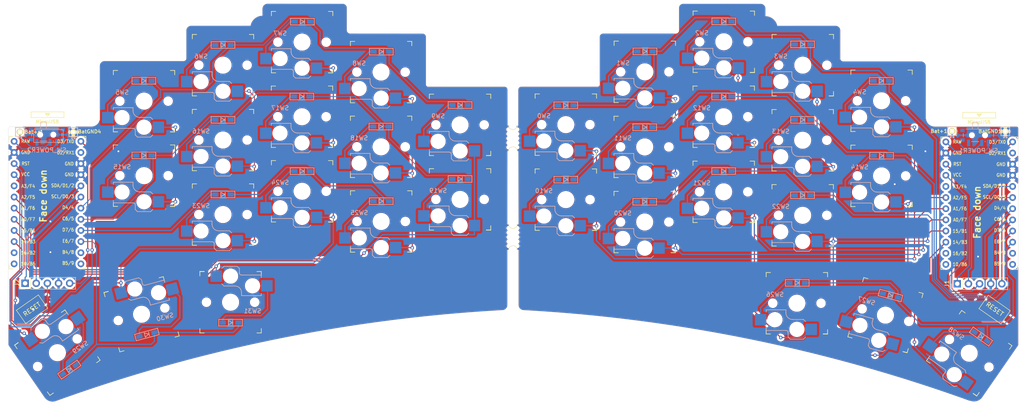
<source format=kicad_pcb>
(kicad_pcb (version 20240108) (generator "pcbnew") (generator_version "8.0")
  (layers (0 "F.Cu" signal) (31 "B.Cu" signal) (34 "B.Paste" user) (35 "F.Paste" user) (36 "B.SilkS" user "B.Silkscreen") (37 "F.SilkS" user "F.Silkscreen") (38 "B.Mask" user) (39 "F.Mask" user) (44 "Edge.Cuts" user))
  (net 0 "")
  (net 1 "BT+")
  (net 2 "gnd")
  (net 3 "vcc")
  (net 4 "reset")
  (net 5 "raw")
  (net 6 "BT+_r")
  (net 7 "reset_r")
  (net 8 "Net-(D0-A)")
  (net 9 "Net-(D1-A)")
  (net 10 "MOSI")
  (net 11 "Net-(D2-A)")
  (net 12 "SCK")
  (net 13 "CS")
  (net 14 "Net-(D3-A)")
  (net 15 "Net-(D4-A)")
  (net 16 "Net-(D5-A)")
  (net 17 "Net-(D6-A)")
  (net 18 "MOSIr")
  (net 19 "Net-(D7-A)")
  (net 20 "SCKr")
  (net 21 "CSr")
  (net 22 "Net-(D8-A)")
  (net 23 "Net-(D9-A)")
  (net 24 "Net-(D10-A)")
  (net 25 "Net-(D11-A)")
  (net 26 "gnd_r")
  (net 27 "vcc_r")
  (net 28 "row_0")
  (net 29 "Net-(D12-A)")
  (net 30 "row_1")
  (net 31 "Net-(D13-A)")
  (net 32 "Net-(D14-A)")
  (net 33 "Net-(D15-A)")
  (net 34 "Net-(D16-A)")
  (net 35 "Net-(D17-A)")
  (net 36 "Net-(D18-A)")
  (net 37 "row_3")
  (net 38 "Net-(D19-A)")
  (net 39 "Net-(D20-A)")
  (net 40 "col0")
  (net 41 "col1")
  (net 42 "col2")
  (net 43 "col3")
  (net 44 "col4")
  (net 45 "col5")
  (net 46 "Net-(D21-A)")
  (net 47 "Net-(D22-A)")
  (net 48 "Net-(D23-A)")
  (net 49 "Net-(D24-A)")
  (net 50 "Net-(D25-A)")
  (net 51 "Net-(D26-A)")
  (net 52 "Net-(D27-A)")
  (net 53 "Net-(D28-A)")
  (net 54 "Net-(D29-A)")
  (net 55 "Net-(D30-A)")
  (net 56 "raw_r")
  (net 57 "row_0r")
  (net 58 "Net-(D31-A)")
  (net 62 "row_1r")
  (net 71 "row_3r")
  (net 72 "col0r")
  (net 73 "col1r")
  (net 74 "col2r")
  (net 75 "col3r")
  (net 76 "col4r")
  (net 77 "col5r")
  (net 79 "row_2")
  (net 80 "row_2r")
  (footprint "kbd:ProMicro_v3" (layer "F.Cu") (at 238.769001 64.325433)
    (property "Reference" "U1" (hide yes))
    (property "Value" "ProMicro-kbd" (hide yes))
  )
  (footprint "keyswitches:Kailh_socket_PG1350" (layer "F.Cu") (at 162.497201 68.120233)
    (property "Reference" "SW20")
    (property "Value" "SW_Push")
  )
  (footprint "keyswitches:Kailh_socket_PG1350" (layer "F.Cu") (at 197.193601 86.636833)
    (property "Reference" "SW26")
    (property "Value" "SW_Push")
  )
  (footprint "keyswitches:Kailh_socket_PG1350" (layer "F.Cu") (at 217.386601 89.354633 -15)
    (property "Reference" "SW27")
    (property "Value" "SW_Push")
  )
  (footprint "keyswitches:Kailh_socket_PG1350" (layer "F.Cu") (at 180.505801 61.236833)
    (property "Reference" "SW21")
    (property "Value" "SW_Push")
  )
  (footprint "keyswitches:Kailh_socket_PG1350" (layer "F.Cu") (at 198.514401 66.596233)
    (property "Reference" "SW22")
    (property "Value" "SW_Push")
  )
  (footprint "keyswitches:Kailh_socket_PG1350" (layer "F.Cu") (at 162.522601 33.881033)
    (property "Reference" "SW1")
    (property "Value" "SW_Push")
  )
  (footprint "keyswitches:Kailh_socket_PG1350" (layer "F.Cu") (at 144.514001 45.920633)
    (property "Reference" "SW0")
    (property "Value" "SW_Push")
  )
  (footprint "keyswitches:Kailh_socket_PG1350" (layer "F.Cu") (at 144.514001 63.014833)
    (property "Reference" "SW10")
    (property "Value" "SW_Push")
  )
  (footprint "keyswitches:Kailh_socket_PG1350" (layer "F.Cu") (at 198.514401 49.476633)
    (property "Reference" "SW13")
    (property "Value" "SW_Push")
  )
  (footprint "keyswitches:Kailh_socket_PG1350" (layer "F.Cu") (at 180.505801 44.117233)
    (property "Reference" "SW12")
    (property "Value" "SW_Push")
  )
  (footprint "keyswitches:Kailh_socket_PG1350" (layer "F.Cu") (at 198.539801 32.357033)
    (property "Reference" "SW3")
    (property "Value" "SW_Push")
  )
  (footprint "keyswitches:Kailh_socket_PG1350" (layer "F.Cu") (at 180.531201 27.023033)
    (property "Reference" "SW2")
    (property "Value" "SW_Push")
  )
  (footprint "Duckyb-Parts:mouse-bite-5mm-slot-with-space-for-track" (layer "F.Cu") (at 132.423601 49.047167)
    (property "Reference" "mouse-bite-2mm-slot" (hide yes))
    (property "Value" "VAL**" (hide yes))
  )
  (footprint "Duckyb-Parts:mouse-bite-5mm-slot-with-space-for-track" (layer "F.Cu") (at 132.461 71.551448)
    (property "Reference" "mouse-bite-2mm-slot" (hide yes))
    (property "Value" "VAL**" (hide yes))
  )
  (footprint "Button_Switch_SMD:SW_SPST_CK_RS282G05A3" (layer "F.Cu") (at 242.275129 88.102991 -35)
    (property "Reference" "RSW1" (hide yes))
    (property "Value" "SW_Push")
  )
  (footprint "keyswitches:Kailh_socket_PG1350" (layer "F.Cu") (at 162.497201 51.000633)
    (property "Reference" "SW11")
    (property "Value" "SW_Push")
  )
  (footprint "kbd:ProMicro_v3" (layer "F.Cu") (at 26.3306 64.2008)
    (property "Reference" "U2" (hide yes))
    (property "Value" "ProMicro-kbd" (hide yes))
  )
  (footprint "keyswitches:Kailh_socket_PG1350" (layer "F.Cu") (at 84.3788 61.1124)
    (property "Reference" "SW24")
    (property "Value" "SW_Push")
  )
  (footprint "keyswitches:Kailh_socket_PG1350" (layer "F.Cu") (at 84.3534 44.1198)
    (property "Reference" "SW17")
    (property "Value" "SW_Push")
  )
  (footprint "keyswitches:Kailh_socket_PG1350" (layer "F.Cu") (at 66.3448 66.421)
    (property "Reference" "SW23")
    (property "Value" "SW_Push")
  )
  (footprint "keyswitches:Kailh_socket_PG1350" (layer "F.Cu") (at 66.3448 32.3596)
    (property "Reference" "SW6")
    (property "Value" "SW_Push")
  )
  (footprint "keyswitches:Kailh_socket_PG1350" (layer "F.Cu") (at 84.3788 27.1018)
    (property "Reference" "SW7")
    (property "Value" "SW_Push")
  )
  (footprint "keyswitches:Kailh_socket_PG1350" (layer "F.Cu") (at 102.4128 67.9958)
    (property "Reference" "SW25")
    (property "Value" "SW_Push")
  )
  (footprint "keyswitches:Kailh_socket_PG1350" (layer "F.Cu") (at 102.3874 33.9344)
    (property "Reference" "SW8")
    (property "Value" "SW_Push")
  )
  (footprint "keyswitches:Kailh_socket_PG1350" (layer "F.Cu") (at 48.3362 57.55)
    (property "Reference" "SW15")
    (property "Value" "SW_Push")
  )
  (footprint "keyswitches:Kailh_socket_PG1350" (layer "F.Cu") (at 66.3448 49.4284)
    (property "Reference" "SW16")
    (property "Value" "SW_Push")
  )
  (footprint "keyswitches:Kailh_socket_PG1350" (layer "F.Cu") (at 120.396 45.974)
    (property "Reference" "SW9")
    (property "Value" "SW_Push")
  )
  (footprint "keyswitches:Kailh_socket_PG1350" (layer "F.Cu") (at 47.7774 89.154 -165)
    (property "Reference" "SW30")
    (property "Value" "SW_Push")
  )
  (footprint "keyswitches:Kailh_socket_PG1350" (layer "F.Cu") (at 120.396 62.9666)
    (property "Reference" "SW19")
    (property "Value" "SW_Push")
  )
  (footprint "keyswitches:Kailh_socket_PG1350" (layer "F.Cu") (at 68.072 86.4108 180)
    (property "Reference" "SW31")
    (property "Value" "SW_Push")
  )
  (footprint "keyswitches:Kailh_socket_PG1350" (layer "F.Cu") (at 48.3362 40.5574)
    (property "Reference" "SW5")
    (property "Value" "SW_Push")
  )
  (footprint "Button_Switch_SMD:SW_SPST_CK_RS282G05A3" (layer "F.Cu") (at 22.804342 88.005339 -145)
    (property "Reference" "RSW2" (hide yes))
    (property "Value" "SW_Push")
  )
  (footprint "keyswitches:Kailh_socket_PG1350" (layer "F.Cu") (at 216.5 57.6)
    (property "Reference" "SW14")
    (property "Value" "SW_Push")
  )
  (footprint "keyswitches:Kailh_socket_PG1350" (layer "F.Cu") (at 236.487401 98.041433 -35)
    (property "Reference" "SW28")
    (property "Value" "SW_Push")
  )
  (footprint "Connector_PinHeader_2.54mm:PinHeader_1x05_P2.54mm_Vertical" (layer "F.Cu") (at 21.225 82.09 90)
    (property "Reference" "J2")
    (property "Value" "ScreenR")
  )
  (footprint "Connector_PinHeader_2.54mm:PinHeader_1x05_P2.54mm_Vertical" (layer "F.Cu") (at 233.765 82.2 90)
    (property "Reference" "J1")
    (property "Value" "ScreenL")
  )
  (footprint "kbd:1pin_conn" (layer "F.Cu") (at 232.575801 47.393833)
    (property "Reference" "Bat+1")
    (property "Value" "MountingHole_Pad" (hide yes))
  )
  (footprint "keyswitches:Kailh_socket_PG1350" (layer "F.Cu") (at 102.3874 50.9778)
    (property "Reference" "SW18")
    (property "Value" "SW_Push")
  )
  (footprint "keyswitches:Kailh_socket_PG1350" (layer "F.Cu") (at 28.584536 97.91193 -145)
    (property "Reference" "SW29")
    (property "Value" "SW_Push")
  )
  (footprint "kbd:1pin_conn" (layer "F.Cu") (at 244.717001 47.444633)
    (property "Reference" "BatGND1")
    (property "Value" "MountingHole_Pad" (hide yes))
  )
  (footprint "kbd:1pin_conn" (layer "F.Cu") (at 20.0406 47.5742)
    (property "Reference" "Bat+r1")
    (property "Value" "MountingHole_Pad" (hide yes))
  )
  (footprint "keyswitches:Kailh_socket_PG1350" (layer "F.Cu") (at 216.5 40.4804)
    (property "Reference" "SW4")
    (property "Value" "SW_Push")
  )
  (footprint "kbd:1pin_conn" (layer "F.Cu") (at 32.2072 47.625)
    (property "Reference" "BatGND4")
    (property "Value" "MountingHole_Pad" (hide yes))
  )
  (footprint "kbd:D3_SMD_v2" (layer "B.Cu") (at 144.516162 58.447055 180)
    (property "Reference" "D10" (hide yes))
    (property "Value" "D" (hide yes))
  )
  (footprint "kbd:D3_SMD_v2" (layer "B.Cu") (at 197.275 82 180)
    (property "Reference" "D26" (hide yes))
    (property "Value" "D" (hide yes))
  )
  (footprint "kbd:D3_SMD_v2" (layer "B.Cu") (at 66.344115 61.833819 180)
    (property "Reference" "D25" (hide yes))
    (property "Value" "D" (hide yes))
  )
  (footprint "kbd:D3_SMD_v2" (layer "B.Cu") (at 84.383818 56.511761 180)
    (property "Reference" "D24" (hide yes))
    (property "Value" "D" (hide yes))
  )
  (footprint "kbd:D3_SMD_v2" (layer "B.Cu") (at 84.452936 22.436766 180)
    (property "Reference" "D7" (hide yes))
    (property "Value" "D" (hide yes))
  )
  (footprint "kbd:D3_SMD_v2" (layer "B.Cu") (at 68.072056 91.070579 180)
    (property "Reference" "D29" (hide yes))
    (property "Value" "D" (hide yes))
  )
  (footprint "kbd:D3_SMD_v2" (layer "B.Cu") (at 84.3147 39.508822 180)
    (property "Reference" "D17" (hide yes))
    (property "Value" "D" (hide yes))
  )
  (footprint "kbd:D3_SMD_v2" (layer "B.Cu") (at 216.5 53 180)
    (property "Reference" "D14" (hide yes))
    (property "Value" "D" (hide yes))
  )
  (footprint "kbd:D3_SMD_v2" (layer "B.Cu") (at 180.5 56.5 180)
    (property "Reference" "D21" (hide yes))
    (property "Value" "D" (hide yes))
  )
  (footprint "kbd:D3_SMD_v2" (layer "B.Cu") (at 162.555865 29.210295 180)
    (property "Reference" "D1" (hide yes))
    (property "Value" "D" (hide yes))
  )
  (footprint "kbd:D3_SMD_v2" (layer "B.Cu") (at 66.344115 27.758824 180)
    (property "Reference" "D8" (hide yes))
    (property "Value" "D" (hide yes))
  )
  (footprint "kbd:D3_SMD_v2" (layer "B.Cu") (at 66.344115 44.83088 180)
    (property "Reference" "D18" (hide yes))
    (property "Value" "D" (hide yes))
  )
  (footprint "Button_Switch_SMD:SW_SPDT_PCM12" (layer "B.Cu") (at 238.595601 48.656233)
    (property "Reference" "SW_POWER1")
    (property "Value" "SW_SPDT")
  )
  (footprint "kbd:D3_SMD_v2" (layer "B.Cu") (at 180.526451 22.367649 180)
    (property "Reference" "D2" (hide yes))
    (property "Value" "D" (hide yes))
  )
  (footprint "kbd:D3_SMD_v2" (layer "B.Cu") (at 48.304412 52.926115 180)
    (property "Reference" "D19" (hide yes))
    (property "Value" "D" (hide yes))
  )
  (footprint "kbd:D3_SMD_v2" (layer "B.Cu") (at 102.44558 29.279412 180)
    (property "Reference" "D6" (hide yes))
    (property "Value" "D" (hide yes))
  )
  (footprint "kbd:D3_SMD_v2" (layer "B.Cu") (at 239.167642 94.225482 145)
    (property "Reference" "D28" (hide yes))
    (property "Value" "D" (hide yes))
  )
  (footprint "kbd:D3_SMD_v2" (layer "B.Cu") (at 198.480393 62.016663 180)
    (property "Reference" "D22" (hide yes))
    (property "Value" "D" (hide yes))
  )
  (footprint "kbd:D3_SMD_v2" (layer "B.Cu") (at 31.301473 101.783813 -145)
    (property "Reference" "D31" (hide yes))
    (property "Value" "D" (hide yes))
  )
  (footprint "kbd:D3_SMD_v2" (layer "B.Cu") (at 120.394107 58.30882 180)
    (property "Reference" "D15" (hide yes))
    (property "Value" "D" (hide yes))
  )
  (footprint "kbd:D3_SMD_v2" (layer "B.Cu") (at 48.304412 35.923177 180)
    (property "Reference" "D9" (hide yes))
    (property "Value" "D" (hide yes))
  )
  (footprint "kbd:D3_SMD_v2" (layer "B.Cu") (at 218.524508 84.871562 165)
    (property "Reference" "D27" (hide yes))
    (property "Value" "D" (hide yes))
  )
  (footprint "kbd:D3_SMD_v2" (layer "B.Cu") (at 120.394107 41.444116 180)
    (property "Reference" "D5" (hide yes))
    (property "Value" "D" (hide yes))
  )
  (footprint "Button_Switch_SMD:SW_SPDT_PCM12" (layer "B.Cu") (at 26.162 48.5318)
    (property "Reference" "SW_POWER2")
    (property "Value" "SW_SPDT")
  )
  (footprint "kbd:D3_SMD_v2" (layer "B.Cu") (at 102.423521 63.354407 180)
    (property "Reference" "D23" (hide yes))
    (property "Value" "D" (hide yes))
  )
  (footprint "kbd:D3_SMD_v2" (layer "B.Cu") (at 198.5 44.828433 180)
    (property "Reference" "D13" (hide yes))
    (property "Value" "D" (hide yes))
  )
  (footprint "kbd:D3_SMD_v2" (layer "B.Cu") (at 180.5 39.5 180)
    (property "Reference" "D12" (hide yes))
    (property "Value" "D" (hide yes))
  )
  (footprint "kbd:D3_SMD_v2" (layer "B.Cu") (at 198.497036 27.620589 180)
    (property "Reference" "D3" (hide yes))
    (property "Value" "D" (hide yes))
  )
  (footprint "kbd:D3_SMD_v2" (layer "B.Cu") (at 162.5 63.5 180)
    (property "Reference" "D20" (hide yes))
    (property "Value" "D" (hide yes))
  )
  (footprint "kbd:D3_SMD_v2" (layer "B.Cu") (at 102.354404 46.351468 180)
    (property "Reference" "D16" (hide yes))
    (property "Value" "D" (hide yes))
  )
  (footprint "kbd:D3_SMD_v2" (layer "B.Cu") (at 48.995588 93.766167 -165)
    (property "Reference" "D30" (hide yes))
    (property "Value" "D" (hide yes))
  )
  (footprint "kbd:D3_SMD_v2" (layer "B.Cu") (at 216.450979 35.936275 180)
    (property "Reference" "D4" (hide yes))
    (property "Value" "D" (hide yes))
  )
  (footprint "kbd:D3_SMD_v2" (layer "B.Cu") (at 144.5 41.5 180)
    (property "Reference" "D0" (hide yes))
    (property "Value" "D" (hide yes))
  )
  (footprint "kbd:D3_SMD_v2" (layer "B.Cu") (at 162.5 46.5 180)
    (property "Reference" "D11" (hide yes))
    (property "Value" "D" (hide yes))
  )
  (gr_rect (start 23.1826 47.0558) (end 29.9136 49.9768) (stroke (width 0.12)) (fill none) (layer "B.SilkS"))
  (gr_line (start 226.58162 44.592554) (end 226.589732 32.594929) (stroke (width 0.05)) (layer "Edge.Cuts"))
  (gr_arc (start 239.357601 108.226833) (mid 238.090751 108.982705) (end 236.622006 108.844853) (stroke (width 0.05)) (layer "Edge.Cuts"))
  (gr_arc (start 228.634411 46.352433) (mid 227.241785 45.795835) (end 226.630021 44.426555) (stroke (width 0.05)) (layer "Edge.Cuts"))
  (gr_arc (start 225.517635 31.503068) (mid 226.279827 31.826955) (end 226.589732 32.594929) (stroke (width 0.05)) (layer "Edge.Cuts"))
  (gr_line (start 192.734972 23.377939) (end 206.032621 23.371741) (stroke (width 0.05)) (layer "Edge.Cuts"))
  (gr_arc (start 57.9882 30.7827) (mid 57.802213 31.231713) (end 57.3532 31.4177) (stroke (width 0.05)) (layer "Edge.Cuts"))
  (gr_arc (start 188.963821 18.367941) (mid 189.722099 18.690013) (end 190.030801 19.453833) (stroke (width 0.05)) (layer "Edge.Cuts"))
  (gr_arc (start 93.6498 18.3642) (mid 94.314606 18.642121) (end 94.5896 19.308139) (stroke (width 0.05)) (layer "Edge.Cuts"))
  (gr_line (start 131.559628 46.075367) (end 131.229801 46.075367) (stroke (width 0.05)) (layer "Edge.Cuts"))
  (gr_line (start 133.693601 51.968167) (end 133.731 68.655848) (stroke (width 0.05)) (layer "Edge.Cuts"))
  (gr_line (start 133.414201 51.968167) (end 133.693601 51.968167) (stroke (width 0.05)) (layer "Edge.Cuts"))
  (gr_line (start 57.9882 24.4348) (end 57.9882 30.7827) (stroke (width 0.05)) (layer "Edge.Cuts"))
  (gr_arc (start 111.8616 25.1587) (mid 112.400415 25.381885) (end 112.6236 25.9207) (stroke (width 0.05)) (layer "Edge.Cuts"))
  (gr_line (start 17.870505 46.367746) (end 36.230332 46.348917) (stroke (width 0.05)) (layer "Edge.Cuts"))
  (gr_line (start 131.191 68.655848) (end 131.204401 51.968167) (stroke (width 0.05)) (layer "Edge.Cuts"))
  (gr_arc (start 38.2524 32.5099) (mid 38.562315 31.741947) (end 39.324497 31.418039) (stroke (width 0.05)) (layer "Edge.Cuts"))
  (gr_arc (start 38.252444 44.42638) (mid 37.655351 45.823057) (end 36.230332 46.348917) (stroke (width 0.05)) (layer "Edge.Cuts"))
  (gr_arc (start 206.032621 23.371741) (mid 206.78198 23.684801) (end 207.099601 24.432233) (stroke (width 0.05)) (layer "Edge.Cuts"))
  (gr_line (start 38.2524 32.5099) (end 38.252444 44.42638) (stroke (width 0.05)) (layer "Edge.Cuts"))
  (gr_line (start 228.634411 46.352433) (end 247.25511 46.353089) (stroke (width 0.05)) (layer "Edge.Cuts"))
  (gr_line (start 131.191 87.020048) (end 131.191 74.472448) (stroke (width 0.05)) (layer "Edge.Cuts"))
  (gr_arc (start 170.314986 19.305572) (mid 170.589985 18.639555) (end 171.254786 18.361633) (stroke (width 0.05)) (layer "Edge.Cuts"))
  (gr_arc (start 133.668201 37.947367) (mid 133.869067 37.462433) (end 134.354001 37.261567) (stroke (width 0.05)) (layer "Edge.Cuts"))
  (gr_line (start 131.5466 68.655848) (end 131.191 68.655848) (stroke (width 0.05)) (layer "Edge.Cuts"))
  (gr_arc (start 134.9248 88.213849) (mid 186.479808 94.843223) (end 236.529396 108.875552) (stroke (width 0.05)) (layer "Edge.Cuts"))
  (gr_line (start 131.433001 51.968167) (end 131.204401 51.968167) (stroke (width 0.05)) (layer "Edge.Cuts"))
  (gr_line (start 75.331283 19.558) (end 75.3364 21.082) (stroke (width 0.05)) (layer "Edge.Cuts"))
  (gr_line (start 133.668201 37.947367) (end 133.668201 46.151567) (stroke (width 0.05)) (layer "Edge.Cuts"))
  (gr_line (start 247.637238 96.268281) (end 239.357601 108.226833) (stroke (width 0.05)) (layer "Edge.Cuts"))
  (gr_line (start 170.314986 19.305572) (end 170.314986 24.381433) (stroke (width 0.05)) (layer "Edge.Cuts"))
  (gr_arc (start 131.433001 51.968167) (mid 132.423601 50.977567) (end 133.414201 51.968167) (stroke (width 0.05)) (layer "Edge.Cuts"))
  (gr_line (start 94.5896 24.384) (end 94.5896 19.308139) (stroke (width 0.05)) (layer "Edge.Cuts"))
  (gr_arc (start 247.25511 46.353089) (mid 247.556329 46.474281) (end 247.681578 46.773821) (stroke (width 0.05)) (layer "Edge.Cuts"))
  (gr_line (start 151.785312 37.259233) (end 134.354001 37.261567) (stroke (width 0.05)) (layer "Edge.Cuts"))
  (gr_line (start 247.681578 46.773821) (end 247.681578 96.014281) (stroke (width 0.05)) (layer "Edge.Cuts"))
  (gr_arc (start 57.9882 24.4348) (mid 58.305825 23.687368) (end 59.05518 23.374308) (stroke (width 0.05)) (layer "Edge.Cuts"))
  (gr_line (start 131.5466 74.472448) (end 131.191 74.472448) (stroke (width 0.05)) (layer "Edge.Cuts"))
  (gr_line (start 225.557968 31.50154) (end 207.734601 31.498459) (stroke (width 0.05)) (layer "Edge.Cuts"))
  (gr_line (start 207.099601 31) (end 207.099601 24.432233) (stroke (width 0.05)) (layer "Edge.Cuts"))
  (gr_line (start 57.3532 31.4177) (end 39.324497 31.418039) (stroke (width 0.05)) (layer "Edge.Cuts"))
  (gr_arc (start 17.444037 46.788478) (mid 17.569288 46.488921) (end 17.870505 46.367746) (stroke (width 0.05)) (layer "Edge.Cuts"))
  (gr_arc (start 170.314986 24.381433) (mid 170.0918 24.920243) (end 169.552986 25.143433) (stroke (width 0.05)) (layer "Edge.Cuts"))
  (gr_arc (start 133.375399 68.655848) (mid 133.098784 69.286194) (end 132.461 69.5452) (stroke (width 0.05)) (layer "Edge.Cuts"))
  (gr_line (start 59.05518 23.374308) (end 72.6186 23.368) (stroke (width 0.05)) (layer "Edge.Cuts"))
  (gr_arc (start 134.9248 88.213848) (mid 134.080656 87.864192) (end 133.731 87.020048) (stroke (width 0.05)) (layer "Edge.Cuts"))
  (gr_arc (start 95.3516 25.146) (mid 94.812785 24.922815) (end 94.5896 24.384) (stroke (width 0.05)) (layer "Edge.Cuts"))
  (gr_line (start 133.668201 46.151567) (end 133.287201 46.151567) (stroke (width 0.05)) (layer "Edge.Cuts"))
  (gr_arc (start 131.191 87.020048) (mid 130.846168 87.869016) (end 129.9972 88.213848) (stroke (width 0.05)) (layer "Edge.Cuts"))
  (gr_line (start 133.731 74.472448) (end 133.3754 74.472448) (stroke (width 0.05)) (layer "Edge.Cuts"))
  (gr_line (start 169.552986 25.143433) (end 152.997601 25.143433) (stroke (width 0.05)) (layer "Edge.Cuts"))
  (gr_arc (start 152.235601 36.738533) (mid 152.112081 37.086761) (end 151.785312 37.259233) (stroke (width 0.05)) (layer "Edge.Cuts"))
  (gr_line (start 111.8616 25.1587) (end 95.3516 25.146) (stroke (width 0.05)) (layer "Edge.Cuts"))
  (gr_arc (start 130.528266 37.264134) (mid 131.0132 37.465) (end 131.214066 37.949934) (stroke (width 0.05)) (layer "Edge.Cuts"))
  (gr_line (start 133.731 74.472448) (end 133.731 87.020048) (stroke (width 0.05)) (layer "Edge.Cuts"))
  (gr_arc (start 113.1316 37.2618) (mid 112.791933 37.137456) (end 112.6236 36.8173) (stroke (width 0.05)) (layer "Edge.Cuts"))
  (gr_line (start 131.229801 46.075367) (end 131.214066 37.949934) (stroke (width 0.05)) (layer "Edge.Cuts"))
  (gr_arc (start 28.465795 108.84742) (mid 26.989337 109.019382) (end 25.7302 108.2294) (stroke (width 0.05)) (layer "Edge.Cuts"))
  (gr_arc (start 132.461 69.5452) (mid 131.823216 69.286194) (end 131.546601 68.655848) (stroke (width 0.05)) (layer "Edge.Cuts"))
  (gr_arc (start 207.752579 31.493649) (mid 207.303554 31.307664) (end 207.117579 30.858649) (stroke (width 0.05)) (layer "Edge.Cuts"))
  (gr_line (start 133.731 68.655848) (end 133.3754 68.655848) (stroke (width 0.05)) (layer "Edge.Cuts"))
  (gr_line (start 130.528266 37.264134) (end 113.1316 37.2618) (stroke (width 0.05)) (layer "Edge.Cuts"))
  (gr_arc (start 72.6186 23.368) (mid 73.56438 21.733846) (end 75.3364 21.082) (stroke (width 0.05)) (layer "Edge.Cuts"))
  (gr_line (start 152.235601 25.930833) (end 152.235601 36.738533) (stroke (width 0.05)) (layer "Edge.Cuts"))
  (gr_arc (start 152.235601 25.930833) (mid 152.457294 25.382972) (end 152.997601 25.143433) (stroke (width 0.05)) (layer "Edge.Cuts"))
  (gr_arc (start 17.473597 96.264304) (mid 17.435622 96.139819) (end 17.422797 96.010304) (stroke (width 0.05)) (layer "Edge.Cuts"))
  (gr_arc (start 133.287201 46.151567) (mid 132.3848 46.99) (end 131.559628 46.075367) (stroke (width 0.05)) (layer "Edge.Cuts"))
  (gr_arc (start 131.5466 74.472448) (mid 132.461 73.558048) (end 133.3754 74.472448) (stroke (width 0.05)) (layer "Edge.Cuts"))
  (gr_arc (start 75.331283 19.558) (mid 75.719882 18.650026) (end 76.6572 18.3388) (stroke (width 0.05)) (layer "Edge.Cuts"))
  (gr_arc (start 190.030801 21.181033) (mid 191.767237 21.806389) (end 192.734972 23.377939) (stroke (width 0.05)) (layer "Edge.Cuts"))
  (gr_line (start 17.420872 96) (end 17.420872 46.784454) (stroke (width 0.05)) (layer "Edge.Cuts"))
  (gr_line (start 25.7302 108.2294) (end 17.473597 96.264304) (stroke (width 0.05)) (layer "Edge.Cuts"))
  (gr_arc (start 247.688038 96.014281) (mid 247.675207 96.143794) (end 247.637238 96.268281) (stroke (width 0.05)) (layer "Edge.Cuts"))
  (gr_line (start 188.963821 18.367941) (end 171.254786 18.361633) (stroke (width 0.05)) (layer "Edge.Cuts"))
  (gr_line (start 93.6498 18.3642) (end 76.6572 18.3388) (stroke (width 0.05)) (layer "Edge.Cuts"))
  (gr_line (start 112.6236 36.8173) (end 112.6236 25.9207) (stroke (width 0.05)) (layer "Edge.Cuts"))
  (gr_line (start 190.030801 21.181033) (end 190.030801 19.453833) (stroke (width 0.05)) (layer "Edge.Cuts"))
  (gr_arc (start 28.471822 108.864134) (mid 78.482447 94.841532) (end 129.9972 88.213849) (stroke (width 0.05)) (layer "Edge.Cuts"))
  (gr_text "Face down" (at 238.290801 65.910433 90) (layer "F.SilkS") (effects (font (size 1.5 1.5) (thickness 0.3))))
  (gr_text "Face down" (at 25.3746 62.1792 90) (layer "F.SilkS") (effects (font (size 1.5 1.5) (thickness 0.3))))
  (gr_text "15/B1" (at 21.9356 70.0508 0) (layer "F.SilkS") (effects (font (size 0.75 0.67) (thickness 0.125))))
  (gr_text "RESET" (at 242.305307 88 -35) (layer "F.SilkS") (effects (font (size 1 1))))
  (segment (start 237.931834 51.5) (end 239.345601 50.086233) (width 0.25) (layer "B.Cu") (net 1))
  (segment (start 235.459368 51.5) (end 237.931834 51.5) (width 0.25) (layer "B.Cu") (net 1))
  (segment (start 232.575801 48.616433) (end 235.459368 51.5) (width 0.25) (layer "B.Cu") (net 1))
  (segment (start 232.575801 47.393833) (end 232.575801 48.616433) (width 0.25) (layer "B.Cu") (net 1))
  (via (at 238.5 76) (size 0.8) (drill 0.4) (layers "F.Cu" "B.Cu") (net 2))
  (via (at 219.5 59.5) (size 0.8) (drill 0.4) (layers "F.Cu" "B.Cu") (net 2))
  (via (at 226.5 52) (size 0.8) (drill 0.4) (layers "F.Cu" "B.Cu") (net 2))
  (segment (start 232.528604 83.95) (end 232.05 83.471396) (width 0.25) (layer "B.Cu") (net 3))
  (segment (start 236 62.307032) (end 231.160401 57.467433) (width 0.25) (layer "B.Cu") (net 3))
  (segment (start 237.095 83.95) (end 232.528604 83.95) (width 0.25) (layer "B.Cu") (net 3))
  (segment (start 238.845 82.2) (end 237.095 83.95) (width 0.25) (layer "B.Cu") (net 3))
  (segment (start 236 76.5) (end 236 62.307032) (width 0.25) (layer "B.Cu") (net 3))
  (segment (start 232.05 80.45) (end 236 76.5) (width 0.25) (layer "B.Cu") (net 3))
  (segment (start 232.05 83.471396) (end 232.05 80.45) (width 0.25) (layer "B.Cu") (net 3))
  (segment (start 232.5 83.285) (end 232.5 56.267032) (width 0.25) (layer "F.Cu") (net 4))
  (segment (start 232.5 56.267032) (end 231.160401 54.927433) (width 0.25) (layer "F.Cu") (net 4))
  (segment (start 245.469822 90.339939) (end 239.554939 90.339939) (width 0.25) (layer "F.Cu") (net 4))
  (segment (start 239.554939 90.339939) (end 232.5 83.285) (width 0.25) (layer "F.Cu") (net 4))
  (segment (start 233.262968 51.95) (end 240.05 51.95) (width 0.25) (layer "B.Cu") (net 5))
  (segment (start 240.845601 51.154399) (end 240.845601 50.086233) (width 0.25) (layer "B.Cu") (net 5))
  (segment (start 240.05 51.95) (end 240.845601 51.154399) (width 0.25) (layer "B.Cu") (net 5))
  (segment (start 231.160401 49.847433) (end 233.262968 51.95) (width 0.25) (layer "B.Cu") (net 5))
  (segment (start 20.0406 48.562028) (end 20.0406 47.5742) (width 0.25) (layer "B.Cu") (net 6))
  (segment (start 22.515372 51.0368) (end 20.0406 48.562028) (width 0.25) (layer "B.Cu") (net 6))
  (segment (start 25.837 51.0368) (end 22.515372 51.0368) (width 0.25) (layer "B.Cu") (net 6))
  (segment (start 26.912 49.9618) (end 25.837 51.0368) (width 0.25) (layer "B.Cu") (net 6))
  (segment (start 19 89.632638) (end 19 89) (width 0.25) (layer "F.Cu") (net 7))
  (segment (start 19 89) (end 19 86) (width 0.25) (layer "F.Cu") (net 7))
  (segment (start 19.609649 90.242287) (end 19 89.632638) (width 0.25) (layer "F.Cu") (net 7))
  (via (at 19 86) (size 0.8) (drill 0.4) (layers "F.Cu" "B.Cu") (net 7))
  (segment (start 20.45 79.913604) (end 20.45 56.5308) (width 0.25) (layer "B.Cu") (net 7))
  (segment (start 19 86) (end 19 81.363604) (width 0.25) (layer "B.Cu") (net 7))
  (segment (start 20.45 56.5308) (end 18.722 54.8028) (width 0.25) (layer "B.Cu") (net 7))
  (segment (start 19 81.363604) (end 20.45 79.913604) (width 0.25) (layer "B.Cu") (net 7))
  (segment (start 141.70095 41.5) (end 136.239001 46.961949) (width 0.25) (layer "B.Cu") (net 8))
  (segment (start 136.239001 46.961949) (end 136.239001 49.670633) (width 0.25) (layer "B.Cu") (net 8))
  (segment (start 142.725 41.5) (end 141.70095 41.5) (width 0.25) (layer "B.Cu") (net 8))
  (segment (start 154.247601 34.793559) (end 154.247601 37.631033) (width 0.25) (layer "B.Cu") (net 9))
  (segment (start 159.830865 29.210295) (end 154.247601 34.793559) (width 0.25) (layer "B.Cu") (net 9))
  (segment (start 160.780865 29.210295) (end 159.830865 29.210295) (width 0.25) (layer "B.Cu") (net 9))
  (segment (start 236.5 67) (end 243.5 60) (width 0.25) (layer "B.Cu") (net 10))
  (segment (start 236.5 78) (end 236.5 67) (width 0.25) (layer "B.Cu") (net 10))
  (segment (start 233.765 80.735) (end 236.5 78) (width 0.25) (layer "B.Cu") (net 10))
  (segment (start 244.007433 60.007433) (end 246.380401 60.007433) (width 0.25) (layer "B.Cu") (net 10))
  (segment (start 244 60) (end 244.007433 60.007433) (width 0.25) (layer "B.Cu") (net 10))
  (segment (start 233.765 82.2) (end 233.765 80.735) (width 0.25) (layer "B.Cu") (net 10))
  (segment (start 243.5 60) (end 244 60) (width 0.25) (layer "B.Cu") (net 10))
  (segment (start 178.751451 22.367649) (end 177.801451 22.367649) (width 0.25) (layer "B.Cu") (net 11))
  (segment (start 177.801451 22.367649) (end 172.256201 27.912899) (width 0.25) (layer "B.Cu") (net 11))
  (segment (start 172.256201 27.912899) (end 172.256201 30.773033) (width 0.25) (layer "B.Cu") (net 11))
  (segment (start 237 67.5) (end 241.952567 62.547433) (width 0.25) (layer "B.Cu") (net 12))
  (segment (start 241.952567 62.547433) (end 246.380401 62.547433) (width 0.25) (layer "B.Cu") (net 12))
  (segment (start 236.305 82.2) (end 236.305 79.195) (width 0.25) (layer "B.Cu") (net 12))
  (segment (start 236.305 79.195) (end 237 78.5) (width 0.25) (layer "B.Cu") (net 12))
  (segment (start 237 78.5) (end 237 67.5) (width 0.25) (layer "B.Cu") (net 12))
  (segment (start 243.925 52.302834) (end 246.380401 49.847433) (width 0.25) (layer "F.Cu") (net 13))
  (segment (start 243.925 82.2) (end 243.925 52.302834) (width 0.25) (layer "F.Cu") (net 13))
  (segment (start 196.722036 27.620589) (end 195.772036 27.620589) (width 0.25) (layer "B.Cu") (net 14))
  (segment (start 195.772036 27.620589) (end 190.264801 33.127824) (width 0.25) (layer "B.Cu") (net 14))
  (segment (start 190.264801 33.127824) (end 190.264801 36.107033) (width 0.25) (layer "B.Cu") (net 14))
  (segment (start 213.725979 35.936275) (end 208.225 41.437254) (width 0.25) (layer "B.Cu") (net 15))
  (segment (start 214.675979 35.936275) (end 213.725979 35.936275) (width 0.25) (layer "B.Cu") (net 15))
  (segment (start 208.225 41.437254) (end 208.225 44.2304) (width 0.25) (layer "B.Cu") (net 15))
  (segment (start 117.669107 41.444116) (end 112.121 46.992223) (width 0.25) (layer "B.Cu") (net 16))
  (segment (start 112.121 46.992223) (end 112.121 49.724) (width 0.25) (layer "B.Cu") (net 16))
  (segment (start 118.619107 41.444116) (end 117.669107 41.444116) (width 0.25) (layer "B.Cu") (net 16))
  (segment (start 99.72058 29.279412) (end 94.1124 34.887592) (width 0.25) (layer "B.Cu") (net 17))
  (segment (start 94.1124 34.887592) (end 94.1124 37.6844) (width 0.25) (layer "B.Cu") (net 17))
  (segment (start 100.67058 29.279412) (end 99.72058 29.279412) (width 0.25) (layer "B.Cu") (net 17))
  (segment (start 21.225 82.09) (end 21.225 80.775) (width 0.25) (layer "B.Cu") (net 18))
  (segment (start 21.5 72.3248) (end 33.942 59.8828) (width 0.25) (layer "B.Cu") (net 18))
  (segment (start 21.5 80.5) (end 21.5 72.3248) (width 0.25) (layer "B.Cu") (net 18))
  (segment (start 21.225 80.775) (end 21.5 80.5) (width 0.25) (layer "B.Cu") (net 18))
  (segment (start 81.727936 22.436766) (end 76.1038 28.060902) (width 0.25) (layer "B.Cu") (net 19))
  (segment (start 82.677936 22.436766) (end 81.727936 22.436766) (width 0.25) (layer "B.Cu") (net 19))
  (segment (start 76.1038 28.060902) (end 76.1038 30.8518) (width 0.25) (layer "B.Cu") (net 19))
  (segment (start 23.765 82.09) (end 23.765 72.5998) (width 0.25) (layer "B.Cu") (net 20))
  (segment (start 23.765 72.5998) (end 33.942 62.4228) (width 0.25) (layer "B.Cu") (net 20))
  (segment (start 35.5 51.2808) (end 33.942 49.7228) (width 0.25) (layer "F.Cu") (net 21))
  (segment (start 35.5 74.5) (end 35.5 51.2808) (width 0.25) (layer "F.Cu") (net 21))
  (via (at 35.5 74.5) (size 0.8) (drill 0.4) (layers "F.Cu" "B.Cu") (net 21))
  (segment (start 35.5 74.5) (end 35.5 80.5) (width 0.25) (layer "B.Cu") (net 21))
  (segment (start 33.91 82.09) (end 31.385 82.09) (width 0.25) (layer "B.Cu") (net 21))
  (segment (start 35.5 80.5) (end 33.91 82.09) (width 0.25) (layer "B.Cu") (net 21))
  (segment (start 63.619115 27.758824) (end 58.0698 33.308139) (width 0.25) (layer "B.Cu") (net 22))
  (segment (start 64.569115 27.758824) (end 63.619115 27.758824) (width 0.25) (layer "B.Cu") (net 22))
  (segment (start 58.0698 33.308139) (end 58.0698 36.1096) (width 0.25) (layer "B.Cu") (net 22))
  (segment (start 40.0612 41.441389) (end 40.0612 44.3074) (width 0.25) (layer "B.Cu") (net 23))
  (segment (start 46.529412 35.923177) (end 45.579412 35.923177) (width 0.25) (layer "B.Cu") (net 23))
  (segment (start 45.579412 35.923177) (end 40.0612 41.441389) (width 0.25) (layer "B.Cu") (net 23))
  (segment (start 136.239001 63.999216) (end 136.239001 66.764833) (width 0.25) (layer "B.Cu") (net 24))
  (segment (start 142.741162 58.447055) (end 141.791162 58.447055) (width 0.25) (layer "B.Cu") (net 24))
  (segment (start 141.791162 58.447055) (end 136.239001 63.999216) (width 0.25) (layer "B.Cu") (net 24))
  (segment (start 159.76415 46.5) (end 154.222201 52.041949) (width 0.25) (layer "B.Cu") (net 25))
  (segment (start 160.725 46.5) (end 159.76415 46.5) (width 0.25) (layer "B.Cu") (net 25))
  (segment (start 154.222201 52.041949) (end 154.222201 54.750633) (width 0.25) (layer "B.Cu") (net 25))
  (segment (start 28.845 82.922426) (end 28.845 82.09) (width 0.25) (layer "F.Cu") (net 26))
  (via (at 23 88) (size 0.8) (drill 0.4) (layers "F.Cu" "B.Cu") (net 26))
  (via (at 27 68) (size 0.8) (drill 0.4) (layers "F.Cu" "B.Cu") (net 26))
  (via (at 42.5 52) (size 0.8) (drill 0.4) (layers "F.Cu" "B.Cu") (net 26))
  (via (at 27 75) (size 0.8) (drill 0.4) (layers "F.Cu" "B.Cu") (net 26))
  (segment (start 33.6392 54.5) (end 33.942 54.8028) (width 0.25) (layer "B.Cu") (net 26))
  (segment (start 28.845 82.09) (end 28.845 81.345) (width 0.25) (layer "B.Cu") (net 26))
  (segment (start 22.5 92) (end 18 92) (width 0.25) (layer "B.Cu") (net 27))
  (segment (start 26.305 82.09) (end 26.305 88.195) (width 0.25) (layer "B.Cu") (net 27))
  (segment (start 26.305 88.195) (end 22.5 92) (width 0.25) (layer "B.Cu") (net 27))
  (segment (start 20 79.5) (end 20 58.5) (width 0.25) (layer "B.Cu") (net 27))
  (segment (start 18 92) (end 18 81.5) (width 0.25) (layer "B.Cu") (net 27))
  (segment (start 18 81.5) (end 20 79.5) (width 0.25) (layer "B.Cu") (net 27))
  (segment (start 19.8792 58.5) (end 18.722 57.3428) (width 0.25) (layer "B.Cu") (net 27))
  (segment (start 20 58.5) (end 19.8792 58.5) (width 0.25) (layer "B.Cu") (net 27))
  (segment (start 166.289705 29.210295) (end 164.330865 29.210295) (width 0.25) (layer "B.Cu") (net 28))
  (segment (start 218.225979 38.440063) (end 218.225979 35.936275) (width 0.25) (layer "B.Cu") (net 28))
  (segment (start 200.272036 30.772036) (end 200.272036 27.620589) (width 0.25) (layer "B.Cu") (net 28))
  (segment (start 158.201984 41.5) (end 164.612101 35.089883) (width 0.25) (layer "B.Cu") (net 28))
  (segment (start 240.096871 82.903129) (end 238.5 84.5) (width 0.25) (layer "B.Cu") (net 28))
  (segment (start 146.275 41.5) (end 158.201984 41.5) (width 0.25) (layer "B.Cu") (net 28))
  (segment (start 203.082933 33.582933) (end 200.272036 30.772036) (width 0.25) (layer "B.Cu") (net 28))
  (segment (start 182.301451 22.367649) (end 181.476451 21.542649) (width 0.25) (layer "B.Cu") (net 28))
  (segment (start 238.5 84.5) (end 232.442208 84.5) (width 0.25) (layer "B.Cu") (net 28))
  (segment (start 198.151447 25.5) (end 185.433802 25.5) (width 0.25) (layer "B.Cu") (net 28))
  (segment (start 200.272036 27.620589) (end 198.151447 25.5) (width 0.25) (layer "B.Cu") (net 28))
  (segment (start 218.225979 35.936275) (end 215.872637 33.582933) (width 0.25) (layer "B.Cu") (net 28))
  (segment (start 229 49.214084) (end 218.225979 38.440063) (width 0.25) (layer "B.Cu") (net 28))
  (segment (start 181.476451 21.542649) (end 173.957351 21.542649) (width 0.25) (layer "B.Cu") (net 28))
  (segment (start 185.433802 25.5) (end 182.301451 22.367649) (width 0.25) (layer "B.Cu") (net 28))
  (segment (start 164.612101 35.089883) (end 164.612101 29.491531) (width 0.25) (layer "B.Cu") (net 28))
  (segment (start 240.096871 71.370963) (end 240.096871 82.903129) (width 0.25) (layer "B.Cu") (net 28))
  (segment (start 173.957351 21.542649) (end 166.289705 29.210295) (width 0.25) (layer "B.Cu") (net 28))
  (segment (start 246.380401 65.087433) (end 240.096871 71.370963) (width 0.25) (layer "B.Cu") (net 28))
  (segment (start 232.442208 84.5) (end 229 81.057792) (width 0.25) (layer "B.Cu") (net 28))
  (segment (start 164.612101 29.491531) (end 164.330865 29.210295) (width 0.25) (layer "B.Cu") (net 28))
  (segment (start 215.872637 33.582933) (end 203.082933 33.582933) (width 0.25) (layer "B.Cu") (net 28))
  (segment (start 229 81.057792) (end 229 49.214084) (width 0.25) (layer "B.Cu") (net 28))
  (segment (start 178.725 39.5) (end 177.775 39.5) (width 0.25) (layer "B.Cu") (net 29))
  (segment (start 172.230801 45.044199) (end 172.230801 47.867233) (width 0.25) (layer "B.Cu") (net 29))
  (segment (start 177.775 39.5) (end 172.230801 45.044199) (width 0.25) (layer "B.Cu") (net 29))
  (segment (start 146.291162 58.447055) (end 159.063217 45.675) (width 0.25) (layer "B.Cu") (net 30))
  (segment (start 181.45 38.675) (end 182.275 39.5) (width 0.25) (layer "B.Cu") (net 30))
  (segment (start 241.42335 84.95) (end 232.255812 84.95) (width 0.25) (layer "B.Cu") (net 30))
  (segment (start 164.275 46.5) (end 167 46.5) (width 0.25) (layer "B.Cu") (net 30))
  (segment (start 222 53) (end 218.275 53) (width 0.25) (layer "B.Cu") (net 30))
  (segment (start 200.275 44.828433) (end 201.225 44.828433) (width 0.25) (layer "B.Cu") (net 30))
  (segment (start 228.5 59.5) (end 222 53) (width 0.25) (layer "B.Cu") (net 30))
  (segment (start 201.225 44.828433) (end 208.571567 52.175) (width 0.25) (layer "B.Cu") (net 30))
  (segment (start 167 46.5) (end 174.825 38.675) (width 0.25) (layer "B.Cu") (net 30))
  (segment (start 228.5 81.194188) (end 228.5 59.5) (width 0.25) (layer "B.Cu") (net 30))
  (segment (start 208.571567 52.175) (end 217.45 52.175) (width 0.25) (layer "B.Cu") (net 30))
  (segment (start 163.45 45.675) (end 164.275 46.5) (width 0.25) (layer "B.Cu") (net 30))
  (segment (start 194.946567 39.5) (end 200.275 44.828433) (width 0.25) (layer "B.Cu") (net 30))
  (segment (start 246.380401 67.627433) (end 242.670774 71.33706) (width 0.25) (layer "B.Cu") (net 30))
  (segment (start 242.670774 83.702576) (end 241.42335 84.95) (width 0.25) (layer "B.Cu") (net 30))
  (segment (start 232.255812 84.95) (end 228.5 81.194188) (width 0.25) (layer "B.Cu") (net 30))
  (segment (start 159.063217 45.675) (end 163.45 45.675) (width 0.25) (layer "B.Cu") (net 30))
  (segment (start 242.670774 71.33706) (end 242.670774 83.702576) (width 0.25) (layer "B.Cu") (net 30))
  (segment (start 174.825 38.675) (end 181.45 38.675) (width 0.25) (layer "B.Cu") (net 30))
  (segment (start 217.45 52.175) (end 218.275 53) (width 0.25) (layer "B.Cu") (net 30))
  (segment (start 182.275 39.5) (end 194.946567 39.5) (width 0.25) (layer "B.Cu") (net 30))
  (segment (start 190.239401 50.364032) (end 190.239401 53.226633) (width 0.25) (layer "B.Cu") (net 31))
  (segment (start 195.775 44.828433) (end 190.239401 50.364032) (width 0.25) (layer "B.Cu") (net 31))
  (segment (start 196.725 44.828433) (end 195.775 44.828433) (width 0.25) (layer "B.Cu") (net 31))
  (segment (start 213.866316 53) (end 208.225 58.641316) (width 0.25) (layer "B.Cu") (net 32))
  (segment (start 208.225 58.641316) (end 208.225 61.35) (width 0.25) (layer "B.Cu") (net 32))
  (segment (start 214.725 53) (end 213.866316 53) (width 0.25) (layer "B.Cu") (net 32))
  (segment (start 117.669107 58.30882) (end 112.121 63.856927) (width 0.25) (layer "B.Cu") (net 33))
  (segment (start 118.619107 58.30882) (end 117.669107 58.30882) (width 0.25) (layer "B.Cu") (net 33))
  (segment (start 112.121 63.856927) (end 112.121 66.7166) (width 0.25) (layer "B.Cu") (net 33))
  (segment (start 99.629404 46.351468) (end 94.1124 51.868472) (width 0.25) (layer "B.Cu") (net 34))
  (segment (start 100.579404 46.351468) (end 99.629404 46.351468) (width 0.25) (layer "B.Cu") (net 34))
  (segment (start 94.1124 51.868472) (end 94.1124 54.7278) (width 0.25) (layer "B.Cu") (net 34))
  (segment (start 81.730694 39.508822) (end 76.0784 45.161116) (width 0.25) (layer "B.Cu") (net 35))
  (segment (start 76.0784 45.161116) (end 76.0784 47.8698) (width 0.25) (layer "B.Cu") (net 35))
  (segment (start 82.5397 39.508822) (end 81.730694 39.508822) (width 0.25) (layer "B.Cu") (net 35))
  (segment (start 63.619115 44.83088) (end 58.0698 50.380195) (width 0.25) (layer "B.Cu") (net 36))
  (segment (start 58.0698 50.380195) (end 58.0698 53.1784) (width 0.25) (layer "B.Cu") (net 36))
  (segment (start 64.569115 44.83088) (end 63.619115 44.83088) (width 0.25) (layer "B.Cu") (net 36))
  (segment (start 246.5 89.365216) (end 244.365216 91.5) (width 0.25) (layer "B.Cu") (net 37))
  (segment (start 246.5 81.5) (end 246.5 89.365216) (width 0.25) (layer "B.Cu") (net 37))
  (segment (start 239.5 91.5) (end 240.5 91.5) (width 0.25) (layer "B.Cu") (net 37))
  (segment (start 220.239026 83.739026) (end 220.239026 85.330966) (width 0.25) (layer "B.Cu") (net 37))
  (segment (start 245.1 73.987834) (end 245.1 80.1) (width 0.25) (layer "B.Cu") (net 37))
  (segment (start 240.5 91.5) (end 240.621637 91.621637) (width 0.25) (layer "B.Cu") (net 37))
  (segment (start 199.05 82) (end 218.5 82) (width 0.25) (layer "B.Cu") (net 37))
  (segment (start 218.5 82) (end 220.239026 83.739026) (width 0.25) (layer "B.Cu") (net 37))
  (segment (start 246.380401 72.707433) (end 245.1 73.987834) (width 0.25) (layer "B.Cu") (net 37))
  (segment (start 225.5 91.5) (end 239.5 91.5) (width 0.25) (layer "B.Cu") (net 37))
  (segment (start 240.621637 91.621637) (end 240.621637 95.24358) (width 0.25) (layer "B.Cu") (net 37))
  (segment (start 220.239026 85.330966) (end 220.239026 86.239026) (width 0.25) (layer "B.Cu") (net 37))
  (segment (start 244.365216 91.5) (end 239.5 91.5) (width 0.25) (layer "B.Cu") (net 37))
  (segment (start 245.1 80.1) (end 246.5 81.5) (width 0.25) (layer "B.Cu") (net 37))
  (segment (start 220.239026 86.239026) (end 225.5 91.5) (width 0.25) (layer "B.Cu") (net 37))
  (segment (start 40.0612 58.444327) (end 40.0612 61.3) (width 0.25) (layer "B.Cu") (net 38))
  (segment (start 46.529412 52.926115) (end 45.579412 52.926115) (width 0.25) (layer "B.Cu") (net 38))
  (segment (start 45.579412 52.926115) (end 40.0612 58.444327) (width 0.25) (layer "B.Cu") (net 38))
  (segment (start 160.725 63.5) (end 159.775 63.5) (width 0.25) (layer "B.Cu") (net 39))
  (segment (start 154.222201 69.052799) (end 154.222201 71.870233) (width 0.25) (layer "B.Cu") (net 39))
  (segment (start 159.775 63.5) (end 154.222201 69.052799) (width 0.25) (layer "B.Cu") (net 39))
  (segment (start 224 76.5) (end 224 66) (width 0.25) (layer "F.Cu") (net 41))
  (segment (start 224 66) (end 227.452567 62.547433) (width 0.25) (layer "F.Cu") (net 41))
  (segment (start 151.5 52) (end 151.5 69) (width 0.25) (layer "F.Cu") (net 41))
  (segment (start 227.452567 62.547433) (end 231.160401 62.547433) (width 0.25) (layer "F.Cu") (net 41))
  (via (at 151.5 69) (size 0.8) (drill 0.4) (layers "F.Cu" "B.Cu") (net 41))
  (via (at 224 76.5) (size 0.8) (drill 0.4) (layers "F.Cu" "B.Cu") (net 41))
  (via (at 151.5 52) (size 0.8) (drill 0.4) (layers "F.Cu" "B.Cu") (net 41))
  (segment (start 151.5 72.398032) (end 151.5 69) (width 0.25) (layer "B.Cu") (net 41))
  (segment (start 155.601968 76.5) (end 151.5 72.398032) (width 0.25) (layer "B.Cu") (net 41))
  (segment (start 224 76.5) (end 155.601968 76.5) (width 0.25) (layer "B.Cu") (net 41))
  (segment (start 151.5 52) (end 151.370633 51.870633) (width 0.25) (layer "B.Cu") (net 41))
  (segment (start 151.5 69) (end 151.464833 68.964833) (width 0.25) (layer "B.Cu") (net 41))
  (segment (start 151.464833 68.964833) (end 147.789001 68.964833) (width 0.25) (layer "B.Cu") (net 41))
  (segment (start 151.370633 51.870633) (end 147.789001 51.870633) (width 0.25) (layer "B.Cu") (net 41))
  (segment (start 225 67) (end 226.912567 65.087433) (width 0.25) (layer "F.Cu") (net 42))
  (segment (start 169.5 74) (end 169.5 57) (width 0.25) (layer "F.Cu") (net 42))
  (segment (start 226.912567 65.087433) (end 231.160401 65.087433) (width 0.25) (layer "F.Cu") (net 42))
  (segment (start 225 75.5) (end 225 67) (width 0.25) (layer "F.Cu") (net 42))
  (segment (start 169.5 57) (end 169.5 40) (width 0.25) (layer "F.Cu") (net 42))
  (via (at 225 75.5) (size 0.8) (drill 0.4) (layers "F.Cu" "B.Cu") (net 42))
  (via (at 169.5 74) (size 0.8) (drill 0.4) (layers "F.Cu" "B.Cu") (net 42))
  (via (at 169.5 57) (size 0.8) (drill 0.4) (layers "F.Cu" "B.Cu") (net 42))
  (via (at 169.5 40) (size 0.8) (drill 0.4) (layers "F.Cu" "B.Cu") (net 42))
  (segment (start 225 75.5) (end 171 75.5) (width 0.25) (layer "B.Cu") (net 42))
  (segment (start 169.450633 56.950633) (end 169.5 57) (width 0.25) (layer "B.Cu") (net 42))
  (segment (start 169.5 74) (end 169.429767 74.070233) (width 0.25) (layer "B.Cu") (net 42))
  (segment (start 169.5 40) (end 169.331033 39.831033) (width 0.25) (layer "B.Cu") (net 42))
  (segment (start 169.429767 74.070233) (end 165.772201 74.070233) (width 0.25) (layer "B.Cu") (net 42))
  (segment (start 171 75.5) (end 169.5 74) (width 0.25) (layer "B.Cu") (net 42))
  (segment (start 169.331033 39.831033) (end 165.797601 39.831033) (width 0.25) (layer "B.Cu") (net 42))
  (segment (start 165.772201 56.950633) (end 169.450633 56.950633) (width 0.25) (layer "B.Cu") (net 42))
  (segment (start 183.780801 35.280801) (end 183.780801 47.719199) (width 0.25) (layer "F.Cu") (net 43))
  (segment (start 226 69.5) (end 227.872567 67.627433) (width 0.25) (layer "F.Cu") (net 43))
  (segment (start 187.507799 67.180212) (end 187.5 67.172413) (width 0.25) (layer "F.Cu") (net 43))
  (segment (start 226 74.5) (end 226 69.5) (width 0.25) (layer "F.Cu") (net 43))
  (segment (start 187.507799 67.180212) (end 187.507799 88.469632) (width 0.25) (layer "F.Cu") (net 43))
  (segment (start 227.872567 67.627433) (end 231.160401 67.627433) (width 0.25) (layer "F.Cu") (net 43))
  (segment (start 187.5 67.172413) (end 187.5 50) (width 0.25) (layer "F.Cu") (net 43))
  (segment (start 187.507799 88.469632) (end 193.5 94.461833) (width 0.25) (layer "F.Cu") (net 43))
  (via (at 187.507799 67.180212) (size 0.8) (drill 0.4) (layers "F.Cu" "B.Cu") (net 43))
  (via (at 226 74.5) (size 0.8) (drill 0.4) (layers "F.Cu" "B.Cu") (net 43))
  (via (at 193.5 94.461833) (size 0.8) (drill 0.4) (layers "F.Cu" "B.Cu") (net 43))
  (via (at 183.780801 35.280801) (size 0.8) (drill 0.4) (layers "F.Cu" "B.Cu") (net 43))
  (via (at 187.5 50) (size 0.8) (drill 0.4) (layers "F.Cu" "B.Cu") (net 43))
  (segment (start 193.5 94.461833) (end 198.538167 94.461833) (width 0.25) (layer "B.Cu") (net 43))
  (segment (start 183.780801 32.998433) (end 183.806201 32.973033) (width 0.25) (layer "B.Cu") (net 43))
  (segment (start 187.501178 67.186833) (end 183.780801 67.186833) (width 0.25) (layer "B.Cu") (net 43))
  (segment (start 226 74.5) (end 191.143168 74.5) (width 0.25) (layer "B.Cu") (net 43))
  (segment (start 191.143168 74.5) (end 187.507799 70.864631) (width 0.25) (layer "B.Cu") (net 43))
  (segment (start 200.413167 92.586833) (end 200.468601 92.586833) (width 0.25) (layer "B.Cu") (net 43))
  (segment (start 183.780801 35.280801) (end 183.780801 32.998433) (width 0.25) (layer "B.Cu") (net 43))
  (segment (start 198.538167 94.461833) (end 200.413167 92.586833) (width 0.25) (layer "B.Cu") (net 43))
  (segment (start 187.507799 67.180212) (end 187.501178 67.186833) (width 0.25) (layer "B.Cu") (net 43))
  (segment (start 187.5 50) (end 187.432767 50.067233) (width 0.25) (layer "B.Cu") (net 43))
  (segment (start 187.507799 70.864631) (end 187.507799 67.180212) (width 0.25) (layer "B.Cu") (net 43))
  (segment (start 187.432767 50.067233) (end 183.780801 50.067233) (width 0.25) (layer "B.Cu") (net 43))
  (segment (start 227 71) (end 227.832567 70.167433) (width 0.25) (layer "F.Cu") (net 44))
  (segment (start 205.5 72.5) (end 205.5 91.5) (width 0.25) (layer "F.Cu") (net 44))
  (segment (start 227.832567 70.167433) (end 231.160401 70.167433) (width 0.25) (layer "F.Cu") (net 44))
  (segment (start 205.5 91.5) (end 212.5 98.5) (width 0.25) (layer "F.Cu") (net 44))
  (segment (start 231.160401 70.167433) (end 230.832567 70.167433) (width 0.25) (layer "F.Cu") (net 44))
  (segment (start 212.5 98.5) (end 215 98.5) (width 0.25) (layer "F.Cu") (net 44))
  (segment (start 205.5 55.5) (end 205.5 72.5) (width 0.25) (layer "F.Cu") (net 44))
  (segment (start 227 72.5) (end 227 71) (width 0.25) (layer "F.Cu") (net 44))
  (segment (start 201.789401 40.710599) (end 201.789401 51.789401) (width 0.25) (layer "F.Cu") (net 44))
  (segment (start 201.789401 51.789401) (end 205.5 55.5) (width 0.25) (layer "F.Cu") (net 44))
  (via (at 201.789401 40.710599) (size 0.8) (drill 0.4) (layers "F.Cu" "B.Cu") (net 44))
  (via (at 227 72.5) (size 0.8) (drill 0.4) (layers "F.Cu" "B.Cu") (net 44))
  (via (at 205.5 55.5) (size 0.8) (drill 0.4) (layers "F.Cu" "B.Cu") (net 44))
  (via (at 205.5 72.5) (size 0.8) (drill 0.4) (layers "F.Cu" "B.Cu") (net 44))
  (via (at 215 98.5) (size 0.8) (drill 0.4) (layers "F.Cu" "B.Cu") (net 44))
  (segment (start 216.459559 98.5) (end 219.010035 95.949524) (width 0.25) (layer "B.Cu") (net 44))
  (segment (start 205.5 72.5) (end 205.453767 72.546233) (width 0.25) (layer "B.Cu") (net 44))
  (segment (start 205.426633 55.426633) (end 205.5 55.5) (width 0.25) (layer "B.Cu") (net 44))
  (segment (start 227 72.5) (end 205.5 72.5) (width 0.25) (layer "B.Cu") (net 44))
  (segment (start 201.789401 38.332433) (end 201.814801 38.307033) (width 0.25) (layer "B.Cu") (net 44))
  (segment (start 201.789401 40.710599) (end 201.789401 38.332433) (width 0.25) (layer "B.Cu") (net 44))
  (segment (start 205.453767 72.546233) (end 201.789401 72.546233) (width 0.25) (layer "B.Cu") (net 44))
  (segment (start 215 98.5) (end 216.459559 98.5) (width 0.25) (layer "B.Cu") (net 44))
  (segment (start 201.789401 55.426633) (end 205.426633 55.426633) (width 0.25) (layer "B.Cu") (net 44))
  (segment (start 231.160401 72.707433) (end 227.5 76.367834) (width 0.25) (layer "F.Cu") (net 45))
  (segment (start 222.5 64) (end 222.5 78) (width 0.25) (layer "F.Cu") (net 45))
  (segment (start 222.5 64) (end 224 62.5) (width 0.25) (layer "F.Cu") (net 45))
  (segment (start 227.5 79.5) (end 224 79.5) (width 0.25) (layer "F.Cu") (net 45))
  (segment (start 227.5 76.367834) (end 227.5 79.5) (width 0.25) (layer "F.Cu") (net 45))
  (segment (start 224 62.5) (end 224 46.5) (width 0.25) (layer "F.Cu") (net 45))
  (segment (start 222.5 78) (end 224 79.5) (width 0.25) (layer "F.Cu") (net 45))
  (segment (start 224 79.5) (end 224 95.5) (width 0.25) (layer "F.Cu") (net 45))
  (via (at 222.5 64) (size 0.8) (drill 0.4) (layers "F.Cu" "B.Cu") (net 45))
  (via (at 224 95.5) (size 0.8) (drill 0.4) (layers "F.Cu" "B.Cu") (net 45))
  (via (at 224 46.5) (size 0.8) (drill 0.4) (layers "F.Cu" "B.Cu") (net 45))
  (segment (start 232.301433 104.79385) (end 224 96.492417) (width 0.25) (layer "B.Cu") (net 45))
  (segment (start 220.225 64) (end 219.775 63.55) (width 0.25) (layer "B.Cu") (net 45))
  (segment (start 223.9304 46.4304) (end 219.775 46.4304) (width 0.25) (layer "B.Cu") (net 45))
  (segment (start 224 46.5) (end 223.9304 46.4304) (width 0.25) (layer "B.Cu") (net 45))
  (segment (start 235.757344 104.79385) (end 232.301433 104.79385) (width 0.25) (layer "B.Cu") (net 45))
  (segment (start 224 96.492417) (end 224 95.5) (width 0.25) (layer "B.Cu") (net 45))
  (segment (start 222.5 64) (end 220.225 64) (width 0.25) (layer "B.Cu") (net 45))
  (segment (start 172.230801 62.044199) (end 172.230801 64.986833) (width 0.25) (layer "B.Cu") (net 46))
  (segment (start 178.725 56.5) (end 177.775 56.5) (width 0.25) (layer "B.Cu") (net 46))
  (segment (start 177.775 56.5) (end 172.230801 62.044199) (width 0.25) (layer "B.Cu") (net 46))
  (segment (start 196.705393 62.016663) (end 195.755393 62.016663) (width 0.25) (layer "B.Cu") (net 47))
  (segment (start 195.755393 62.016663) (end 190.239401 67.532655) (width 0.25) (layer "B.Cu") (net 47))
  (segment (start 190.239401 67.532655) (end 190.239401 70.346233) (width 0.25) (layer "B.Cu") (net 47))
  (segment (start 100.648521 63.354407) (end 99.698521 63.354407) (width 0.25) (layer "B.Cu") (net 48))
  (segment (start 99.698521 63.354407) (end 94.1378 68.915128) (width 0.25) (layer "B.Cu") (net 48))
  (segment (start 94.1378 68.915128) (end 94.1378 71.7458) (width 0.25) (layer "B.Cu") (net 48))
  (segment (start 82.608818 56.511761) (end 81.658818 56.511761) (width 0.25) (layer "B.Cu") (net 49))
  (segment (start 81.658818 56.511761) (end 76.1038 62.066779) (width 0.25) (layer "B.Cu") (net 49))
  (segment (start 76.1038 62.066779) (end 76.1038 64.8624) (width 0.25) (layer "B.Cu") (net 49))
  (segment (start 64.569115 61.833819) (end 63.619115 61.833819) (width 0.25) (layer "B.Cu") (net 50))
  (segment (start 58.0698 67.383134) (end 58.0698 70.171) (width 0.25) (layer "B.Cu") (net 50))
  (segment (start 63.619115 61.833819) (end 58.0698 67.383134) (width 0.25) (layer "B.Cu") (net 50))
  (segment (start 188.918601 87.678149) (end 194.59675 82) (width 0.25) (layer "B.Cu") (net 51))
  (segment (start 188.918601 90.386833) (end 188.918601 87.678149) (width 0.25) (layer "B.Cu") (net 51))
  (segment (start 194.59675 82) (end 195.5 82) (width 0.25) (layer "B.Cu") (net 51))
  (segment (start 213.500103 84.412158) (end 216.80999 84.412158) (width 0.25) (layer "B.Cu") (net 52))
  (segment (start 208.422993 89.489268) (end 213.500103 84.412158) (width 0.25) (layer "B.Cu") (net 52))
  (segment (start 208.422993 90.835127) (end 208.422993 89.489268) (width 0.25) (layer "B.Cu") (net 52))
  (segment (start 227.558006 96.366908) (end 230.71753 93.207384) (width 0.25) (layer "B.Cu") (net 53))
  (segment (start 230.71753 93.207384) (end 237.713647 93.207384) (width 0.25) (layer "B.Cu") (net 53))
  (segment (start 76.5 88) (end 75 89.5) (width 0.25) (layer "B.Cu") (net 54))
  (segment (start 76.347 82.847) (end 76.5 83) (width 0.25) (layer "B.Cu") (net 54))
  (segment (start 75 89.5) (end 67 89.5) (width 0.25) (layer "B.Cu") (net 54))
  (segment (start 76.5 83) (end 76.5 88) (width 0.25) (layer "B.Cu") (net 54))
  (segment (start 66.297056 90.202944) (end 66.297056 91.070579) (width 0.25) (layer "B.Cu") (net 54))
  (segment (start 76.347 82.6608) (end 76.347 82.847) (width 0.25) (layer "B.Cu") (net 54))
  (segment (start 67 89.5) (end 66.297056 90.202944) (width 0.25) (layer "B.Cu") (net 54))
  (segment (start 56.5 85.090186) (end 54.799865 83.390051) (width 0.25) (layer "B.Cu") (net 55))
  (segment (start 56.5 90) (end 56.5 85.090186) (width 0.25) (layer "B.Cu") (net 55))
  (segment (start 47.28107 94.225571) (end 47.28107 92.71893) (width 0.25) (layer "B.Cu") (net 55))
  (segment (start 54.5 92) (end 56.5 90) (width 0.25) (layer "B.Cu") (net 55))
  (segment (start 47.28107 92.71893) (end 48 92) (width 0.25) (layer "B.Cu") (net 55))
  (segment (start 48 92) (end 54.5 92) (width 0.25) (layer "B.Cu") (net 55))
  (segment (start 28.412 49.9618) (end 28.412 50.3618) (width 0.25) (layer "B.Cu") (net 56))
  (segment (start 20.486 51.4868) (end 18.722 49.7228) (width 0.25) (layer "B.Cu") (net 56))
  (segment (start 27.287 51.4868) (end 20.486 51.4868) (width 0.25) (layer "B.Cu") (net 56))
  (segment (start 28.412 50.3618) (end 27.287 51.4868) (width 0.25) (layer "B.Cu") (net 56))
  (segment (start 52.115835 37.9596) (end 52.115835 39.697409) (width 0.2) (layer "B.Cu") (net 57))
  (segment (start 52.115835 37.9596) (end 62.111095 37.9596) (width 0.2) (layer "B.Cu") (net 57))
  (segment (start 36 62.9048) (end 33.942 64.9628) (width 0.2) (layer "B.Cu") (net 57))
  (segment (start 81.677936 21.636766) (end 85.427936 21.636766) (width 0.2) (layer "B.Cu") (net 57))
  (segment (start 62.111095 37.9596) (end 64 36.070695) (width 0.2) (layer "B.Cu") (net 57))
  (segment (start 85.427936 21.636766) (end 86.227936 22.436766) (width 0.2) (layer "B.Cu") (net 57))
  (segment (start 86.227936 22.436766) (end 88.5 24.70883) (width 0.2) (layer "B.Cu") (net 57))
  (segment (start 88.5 24.70883) (end 88.5 27.421329) (width 0.2) (layer "B.Cu") (net 57))
  (segment (start 64 31.784756) (end 68.025932 27.758824) (width 0.2) (layer "B.Cu") (net 57))
  (segment (start 68.025932 27.758824) (end 68.119115 27.758824) (width 0.2) (layer "B.Cu") (net 57))
  (segment (start 75.555878 27.758824) (end 81.677936 21.636766) (width 0.2) (layer "B.Cu") (net 57))
  (segment (start 68.119115 27.758824) (end 75.555878 27.758824) (width 0.2) (layer "B.Cu") (net 57))
  (segment (start 50.079412 35.923177) (end 52.115835 37.9596) (width 0.2) (layer "B.Cu") (net 57))
  (segment (start 121.369107 40.644116) (end 122.169107 41.444116) (width 0.2) (layer "B.Cu") (net 57))
  (segment (start 112.898787 40.644116) (end 121.369107 40.644116) (width 0.2) (layer "B.Cu") (net 57))
  (segment (start 104.22058 31.965909) (end 112.898787 40.644116) (width 0.2) (layer "B.Cu") (net 57))
  (segment (start 64 36.070695) (end 64 31.784756) (width 0.2) (layer "B.Cu") (net 57))
  (segment (start 103.42058 28.479412) (end 104.22058 29.279412) (width 0.2) (layer "B.Cu") (net 57))
  (segment (start 104.22058 29.279412) (end 104.22058 31.965909) (width 0.2) (layer "B.Cu") (net 57))
  (segment (start 36 55.813244) (end 36 62.9048) (width 0.2) (layer "B.Cu") (net 57))
  (segment (start 52.115835 39.697409) (end 36 55.813244) (width 0.2) (layer "B.Cu") (net 57))
  (segment (start 88.5 27.421329) (end 89.558083 28.479412) (width 0.2) (layer "B.Cu") (net 57))
  (segment (start 89.558083 28.479412) (end 103.42058 28.479412) (width 0.2) (layer "B.Cu") (net 57))
  (segment (start 29.847478 102.801911) (end 29.847478 99.733338) (width 0.25) (layer "B.Cu") (net 58))
  (segment (start 34.5 95.080816) (end 34.5 91.381657) (width 0.25) (layer "B.Cu") (net 58))
  (segment (start 29.847478 99.733338) (end 34.5 95.080816) (width 0.25) (layer "B.Cu") (net 58))
  (segment (start 34.5 91.381657) (end 33.212108 90.093765) (width 0.25) (layer "B.Cu") (net 58))
  (segment (start 68.119115 44.83088) (end 74.241173 38.708822) (width 0.2) (layer "B.Cu") (net 62))
  (segment (start 54.573885 52.926115) (end 63.46912 44.03088) (width 0.2) (layer "B.Cu") (net 62))
  (segment (start 103.229404 46.351468) (end 104.129404 46.351468) (width 0.2) (layer "B.Cu") (net 62))
  (segment (start 50.4007 58.405144) (end 41.303044 67.5028) (width 0.2) (layer "B.Cu") (net 62))
  (segment (start 50.079412 52.926115) (end 54.573885 52.926115) (width 0.2) (layer "B.Cu") (net 62))
  (segment (start 86.0897 39.508822) (end 96.386758 39.508822) (width 0.2) (layer "B.Cu") (net 62))
  (segment (start 50.4007 53.247403) (end 50.4007 58.405144) (width 0.2) (layer "B.Cu") (net 62))
  (segment (start 50.079412 52.926115) (end 50.4007 53.247403) (width 0.2) (layer "B.Cu") (net 62))
  (segment (start 104.129404 46.351468) (end 104.129404 48.918133) (width 0.2) (layer "B.Cu") (net 62))
  (segment (start 67.319115 44.03088) (end 68.119115 44.83088) (width 0.2) (layer "B.Cu") (net 62))
  (segment (start 41.303044 67.5028) (end 33.942 67.5028) (width 0.2) (layer "B.Cu") (net 62))
  (segment (start 104.129404 48.918133) (end 112.720091 57.50882) (width 0.2) (layer "B.Cu") (net 62))
  (segment (start 63.46912 44.03088) (end 67.319115 44.03088) (width 0.2) (layer "B.Cu") (net 62))
  (segment (start 96.386758 39.508822) (end 103.229404 46.351468) (width 0.2) (layer "B.Cu") (net 62))
  (segment (start 74.241173 38.708822) (end 85.2897 38.708822) (width 0.2) (layer "B.Cu") (net 62))
  (segment (start 121.369107 57.50882) (end 122.169107 58.30882) (width 0.2) (layer "B.Cu") (net 62))
  (segment (start 85.2897 38.708822) (end 86.0897 39.508822) (width 0.2) (layer "B.Cu") (net 62))
  (segment (start 112.720091 57.50882) (end 121.369107 57.50882) (width 0.2) (layer "B.Cu") (net 62))
  (segment (start 36.5828 72.5828) (end 33.942 72.5828) (width 0.2) (layer "B.Cu") (net 71))
  (segment (start 69.847056 92.152944) (end 68.693237 93.306763) (width 0.25) (layer "B.Cu") (net 71))
  (segment (start 36.5 97) (end 36.5 97.021183) (width 0.25) (layer "B.Cu") (net 71))
  (segment (start 50 96) (end 37.5 96) (width 0.25) (layer "B.Cu") (net 71))
  (segment (start 37.5 73.5) (end 36.5828 72.5828) (width 0.2) (layer "B.Cu") (net 71))
  (segment (start 37.5 96) (end 37.5 73.5) (width 0.2) (layer "B.Cu") (net 71))
  (segment (start 68.693237 93.306763) (end 50.710106 93.306763) (width 0.25) (layer "B.Cu") (net 71))
  (segment (start 69.847056 91.070579) (end 69.847056 92.152944) (width 0.25) (layer "B.Cu") (net 71))
  (segment (start 37.5 96) (end 36.5 97) (width 0.25) (layer "B.Cu") (net 71))
  (segment (start 50.710106 95.289894) (end 50 96) (width 0.25) (layer "B.Cu") (net 71))
  (segment (start 36.5 97.021183) (end 32.755468 100.765715) (width 0.25) (layer "B.Cu") (net 71))
  (segment (start 50.710106 93.306763) (end 50.710106 95.289894) (width 0.25) (layer "B.Cu") (net 71))
  (segment (start 62.338299 79) (end 34.5 79) (width 0.25) (layer "F.Cu") (net 73))
  (segment (start 98.5 75.20695) (end 97.15695 76.55) (width 0.25) (layer "F.Cu") (net 73))
  (segment (start 97.15695 76.55) (end 64.788299 76.55) (width 0.25) (layer "F.Cu") (net 73))
  (segment (start 64.788299 76.55) (end 62.338299 79) (width 0.25) (layer "F.Cu") (net 73))
  (segment (start 34.5 79) (end 34.45 79.05) (width 0.25) (layer "F.Cu") (net 73))
  (segment (start 34.45 79.05) (end 23.322792 79.05) (width 0.25) (layer "F.Cu") (net 73))
  (segment (start 22.5 78.227208) (end 22.5 66.2008) (width 0.25) (layer "F.Cu") (net 73))
  (segment (start 22.5 66.2008) (end 18.722 62.4228) (width 0.25) (layer "F.Cu") (net 73))
  (segment (start 23.322792 79.05) (end 22.5 78.227208) (width 0.25) (layer "F.Cu") (net 73))
  (via (at 98.5 75.20695) (size 0.8) (drill 0.4) (layers "F.Cu" "B.Cu") (net 73))
  (segment (start 123.671 71) (end 123.671 68.9166) (width 0.25) (layer "B.Cu") (net 73))
  (segment (start 124 68.5) (end 123.671 68.171) (width 0.25) (layer "B.Cu") (net 73))
  (segment (start 123.671 68.9166) (end 123.671 68.829) (width 0.25) (layer "B.Cu") (net 73))
  (segment (start 123.671 68.171) (end 123.671 51.924) (width 0.25) (layer "B.Cu") (net 73))
  (segment (start 123.671 68.829) (end 124 68.5) (width 0.25) (layer "B.Cu") (net 73))
  (segment (start 98.5 75.20695) (end 102.70695 71) (width 0.25) (layer "B.Cu") (net 73))
  (segment (start 102.70695 71) (end 123.671 71) (width 0.25) (layer "B.Cu") (net 73))
  (segment (start 62.474695 79.5) (end 64.974695 77) (width 0.25) (layer "F.Cu") (net 74))
  (segment (start 109.5 57) (end 109.5 40) (width 0.25) (layer "F.Cu") (net 74))
  (segment (start 23.136396 79.5) (end 62.474695 79.5) (width 0.25) (layer "F.Cu") (net 74))
  (segment (start 64.974695 77) (end 108 77) (width 0.25) (layer "F.Cu") (net 74))
  (segment (start 21.9 68.1408) (end 21.9 78.263604) (width 0.25) (layer "F.Cu") (net 74))
  (segment (start 108 77) (end 109.5 75.5) (width 0.25) (layer "F.Cu") (net 74))
  (segment (start 109.5 75.5) (end 109.5 74) (width 0.25) (layer "F.Cu") (net 74))
  (segment (start 109.5 74) (end 109.5 57) (width 0.25) (layer "F.Cu") (net 74))
  (segment (start 21.9 78.263604) (end 23.136396 79.5) (width 0.25) (layer "F.Cu") (net 74))
  (segment (start 18.722 64.9628) (end 21.9 68.1408) (width 0.25) (layer "F.Cu") (net 74))
  (via (at 109.5 57) (size 0.8) (drill 0.4) (layers "F.Cu" "B.Cu") (net 74))
  (via (at 109.5 40) (size 0.8) (drill 0.4) (layers "F.Cu" "B.Cu") (net 74))
  (via (at 109.5 74) (size 0.8) (drill 0.4) (layers "F.Cu" "B.Cu") (net 74))
  (segment (start 109.4278 56.9278) (end 105.6624 56.9278) (width 0.25) (layer "B.Cu") (net 74))
  (segment (start 105.778 40) (end 105.6624 39.8844) (width 0.25) (layer "B.Cu") (net 74))
  (segment (start 109.4458 73.9458) (end 105.6878 73.9458) (width 0.25) (layer "B.Cu") (net 74))
  (segment (start 109.5 74) (end 109.4458 73.9458) (width 0.25) (layer "B.Cu") (net 74))
  (segment (start 109.5 40) (end 105.778 40) (width 0.25) (layer "B.Cu") (net 74))
  (segment (start 109.5 57) (end 109.4278 56.9278) (width 0.25) (layer "B.Cu") (net 74))
  (segment (start 105.6878 56.9532) (end 105.6624 56.9278) (width 0.25) (layer "B.Cu") (net 74))
  (segment (start 21.45 70.2308) (end 18.722 67.5028) (width 0.25) (layer "F.Cu") (net 75))
  (segment (start 63 80) (end 23 80) (width 0.25) (layer "F.Cu") (net 75))
  (segment (start 23 80) (end 21.45 78.45) (width 0.25) (layer "F.Cu") (net 75))
  (segment (start 64.797 78.203) (end 63 80) (width 0.25) (layer "F.Cu") (net 75))
  (segment (start 21.45 78.45) (end 21.45 70.2308) (width 0.25) (layer "F.Cu") (net 75))
  (segment (start 91.5 67) (end 91.5 50) (width 0.25) (layer "F.Cu") (net 75))
  (segment (start 91.5 33) (end 91.5 50) (width 0.25) (layer "F.Cu") (net 75))
  (via (at 91.5 33) (size 0.8) (drill 0.4) (layers "F.Cu" "B.Cu") (net 75))
  (via (at 91.5 67) (size 0.8) (drill 0.4) (layers "F.Cu" "B.Cu") (net 75))
  (via (at 91.5 50) (size 0.8) (drill 0.4) (layers "F.Cu" "B.Cu") (net 75))
  (via (at 64.797 78.203) (size 0.8) (drill 0.4) (layers "F.Cu" "B.Cu") (net 75))
  (segment (start 91.4302 50.0698) (end 87.6284 50.0698) (width 0.25) (layer "B.Cu") (net 75))
  (segment (start 91.5 33) (end 91.4482 33.0518) (width 0.25) (layer "B.Cu") (net 75))
  (segment (start 91.4482 33.0518) (end 87.6538 33.0518) (width 0.25) (layer "B.Cu") (net 75))
  (segment (start 87.6284 33.0772) (end 87.6538 33.0518) (width 0.25) (layer "B.Cu") (net 75))
  (segment (start 65.5 77.5) (end 87 77.5) (width 0.25) (layer "B.Cu") (net 75))
  (segment (start 91.5 73) (end 91.5 67) (width 0.25) (layer "B.Cu") (net 75))
  (segment (start 87 77.5) (end 91.5 73) (width 0.25) (layer "B.Cu") (net 75))
  (segment (start 64.797 78.203) (end 65.5 77.5) (width 0.25) (layer "B.Cu") (net 75))
  (segment (start 91.5 67) (end 91.4376 67.0624) (width 0.25) (layer "B.Cu") (net 75))
  (segment (start 87.6538 50.0952) (end 87.6284 50.0698) (width 0.25) (layer "B.Cu") (net 75))
  (segment (start 64.797 80.4608) (end 64.797 78.203) (width 0.25) (layer "B.Cu") (net 75))
  (segment (start 91.5 50) (end 91.4302 50.0698) (width 0.25) (layer "B.Cu") (net 75))
  (segment (start 91.4376 67.0624) (end 87.6538 67.0624) (width 0.25) (layer "B.Cu") (net 75))
  (segment (start 73.5 39.5) (end 72.25 38.25) (width 0.2) (layer "F.Cu") (net 76))
  (segment (start 29 89.5) (end 24.59217 89.5) (width 0.25) (layer "F.Cu") (net 76))
  (segment (start 73.5 55.5) (end 73.463814 55.463814) (width 0.25) (layer "F.Cu") (net 76))
  (segment (start 24.59217 89.5) (end 22.480337 91.611833) (width 0.25) (layer "F.Cu") (net 76))
  (segment (start 21 78.686396) (end 21 72.3208) (width 0.25) (layer "F.Cu") (net 76))
  (segment (start 22.480337 91.611833) (end 19.290847 91.611833) (width 0.25) (layer "F.Cu") (net 76))
  (segment (start 21 72.3208) (end 18.722 70.0428) (width 0.25) (layer "F.Cu") (net 76))
  (segment (start 43.07402 82) (end 36.5 82) (width 0.25) (layer "F.Cu") (net 76))
  (segment (start 73.5 55.427628) (end 73.5 39.5) (width 0.2) (layer "F.Cu") (net 76))
  (segment (start 19.290847 91.611833) (end 18.240103 90.561089) (width 0.25) (layer "F.Cu") (net 76))
  (segment (start 18.240103 81.446293) (end 21 78.686396) (width 0.25) (layer "F.Cu") (net 76))
  (segment (start 73.463814 55.463814) (end 73.5 55.427628) (width 0.2) (layer "F.Cu") (net 76))
  (segment (start 18.240103 90.561089) (end 18.240103 81.446293) (width 0.25) (layer "F.Cu") (net 76))
  (segment (start 36.5 82) (end 29 89.5) (width 0.25) (layer "F.Cu") (net 76))
  (segment (start 73.5 72.5) (end 73.5 55.5) (width 0.25) (layer "F.Cu") (net 76))
  (via (at 73.5 72.5) (size 0.8) (drill 0.4) (layers "F.Cu" "B.Cu") (net 76))
  (via (at 72.25 38.25) (size 0.8) (drill 0.4) (layers "F.Cu" "B.Cu") (net 76))
  (via (at 73.463814 55.463814) (size 0.8) (drill 0.4) (layers "F.Cu" "B.Cu") (net 76))
  (via (at 43.07402 82) (size 0.8) (drill 0.4) (layers "F.Cu" "B.Cu") (net 76))
  (segment (start 47.279 74.221) (end 67.7698 74.221) (width 0.2) (layer "B.Cu") (net 76))
  (segment (start 69.6216 55.3784) (end 70 55) (width 0.25) (layer "B.Cu") (net 76))
  (segment (start 43.07402 78.42598) (end 47.279 74.221) (width 0.2) (layer "B.Cu") (net 76))
  (segment (start 73.5 72.5) (end 73.371 72.371) (width 0.2) (layer "B.Cu") (net 76))
  (segment (start 69.6198 55.3784) (end 69.6216 55.3784) (width 0.25) (layer "B.Cu") (net 76))
  (segment (start 72.25 38.25) (end 72.1904 38.3096) (width 0.2) (layer "B.Cu") (net 76))
  (segment (start 73.463814 55.463814) (end 73.3784 55.3784) (width 0.2) (layer "B.Cu") (net 76))
  (segment (start 72.1904 38.3096) (end 69.6198 38.3096) (width 0.2) (layer "B.Cu") (net 76))
  (segment (start 73.371 72.371) (end 69.6198 72.371) (width 0.2) (layer "B.Cu") (net 76))
  (segment (start 73.3784 55.3784) (end 69.6198 55.3784) (width 0.2) (layer "B.Cu") (net 76))
  (segment (start 70 55) (end 69.6198 54.6198) (width 0.25) (layer "B.Cu") (net 76))
  (segment (start 43.07402 82) (end 43.07402 84.254374) (width 0.25) (layer "B.Cu") (net 76))
  (segment (start 67.7698 74.221) (end 69.6198 72.371) (width 0.2) (layer "B.Cu") (net 76))
  (segment (start 43.07402 82) (end 43.07402 78.42598) (width 0.2) (layer "B.Cu") (net 76))
  (segment (start 55.5 63.75) (end 55.5 63.5) (width 0.25) (layer "F.Cu") (net 77))
  (segment (start 20.5 74.3608) (end 18.722 72.5828) (width 0.25) (layer "F.Cu") (net 77))
  (segment (start 36.5 69) (end 37.5 68) (width 0.25) (layer "F.Cu") (net 77))
  (segment (start 20.55 78.5) (end 20.5 78.45) (width 0.25) (layer "F.Cu") (net 77))
  (segment (start 21 93.5) (end 20.542618 93.5) (width 0.25) (layer "F.Cu") (net 77))
  (segment (start 17.790103 90.747485) (end 17.790103 81.259897) (width 0.25) (layer "F.Cu") (net 77))
  (segment (start 17.790103 81.259897) (end 20.55 78.5) (width 0.25) (layer "F.Cu") (net 77))
  (segment (start 20.542618 93.5) (end 17.790103 90.747485) (width 0.25) (layer "F.Cu") (net 77))
  (segment (start 36.5 74.5) (end 36.5 69) (width 0.25) (layer "F.Cu") (net 77))
  (segment (start 55.5 46.5) (end 55.5 63.5) (width 0.25) (layer "F.Cu") (net 77))
  (segment (start 20.5 78.45) (end 20.5 74.3608) (width 0.25) (layer "F.Cu") (net 77))
  (segment (start 37.5 68) (end 51.25 68) (width 0.25) (layer "F.Cu") (net 77))
  (segment (start 51.25 68) (end 55.5 63.75) (width 0.25) (layer "F.Cu") (net 77))
  (via (at 21 93.5) (size 0.8) (drill 0.4) (layers "F.Cu" "B.Cu") (net 77))
  (via (at 36.5 74.5) (size 0.8) (drill 0.4) (layers "F.Cu" "B.Cu") (net 77))
  (via (at 55.5 63.5) (size 0.8) (drill 0.4) (layers "F.Cu" "B.Cu") (net 77))
  (via (at 55.5 46.5) (size 0.8) (drill 0.4) (layers "F.Cu" "B.Cu") (net 77))
  (segment (start 21 93.427405) (end 21 93.5) (width 0.25) (layer "B.Cu") (net 77))
  (segment (start 36.5 74.5) (end 36.5 80.136396) (width 0.25) (layer "B.Cu") (net 77))
  (segment (start 55.5 63.5) (end 51.6112 63.5) (width 0.25) (layer "B.Cu") (net 77))
  (segment (start 21.072595 93.5) (end 22.489033 94.916438) (width 0.25) (layer "B.Cu") (net 77))
  (segment (start 36.5 80.136396) (end 32.636396 84) (width 0.25) (layer "B.Cu") (net 77))
  (segment (start 22.489033 93.010967) (end 22.489033 94.916438) (width 0.25) (layer "B.Cu") (net 77))
  (segment (start 32.636396 84) (end 31.5 84) (width 0.25) (layer "B.Cu") (net 77))
  (segment (start 51.6112 63.1112) (end 52 63.5) (width 0.25) (layer "B.Cu") (net 77))
  (segment (start 31.5 84) (end 22.489033 93.010967) (width 0.25) (layer "B.Cu") (net 77))
  (segment (start 55.4926 46.5074) (end 51.6112 46.5074) (width 0.25) (layer "B.Cu") (net 77))
  (segment (start 52 63.5) (end 51.6112 63.5) (width 0.25) (layer "B.Cu") (net 77))
  (segment (start 21 93.5) (end 21.072595 93.5) (width 0.25) (layer "B.Cu") (net 77))
  (segment (start 55.5 46.5) (end 55.4926 46.5074) (width 0.25) (layer "B.Cu") (net 77))
  (segment (start 232.069416 85.4) (end 228.05 81.380584) (width 0.25) (layer "B.Cu") (net 79))
  (segment (start 246.380401 70.167433) (end 244.65 71.897834) (width 0.25) (layer "B.Cu") (net 79))
  (segment (start 244.65 81.15) (end 245.5 82) (width 0.25) (layer "B.Cu") (net 79))
  (segment (start 245.5 82.5) (end 242.6 85.4) (width 0.25) (layer "B.Cu") (net 79))
  (segment (start 167.3875 63.5) (end 175.2125 55.675) (width 0.25) (layer "B.Cu") (net 79))
  (segment (start 200.255393 62.016663) (end 194.73873 56.5) (width 0.25) (layer "B.Cu") (net 79))
  (segment (start 194.73873 56.5) (end 182.275 56.5) (width 0.25) (layer "B.Cu") (net 79))
  (segment (start 245.5 82) (end 245.5 82.5) (width 0.25) (layer "B.Cu") (net 79))
  (segment (start 227 66.5) (end 210.125 66.5) (width 0.25) (layer "B.Cu") (net 79))
  (segment (start 175.2125 55.675) (end 181.45 55.675) (width 0.25) (layer "B.Cu") (net 79))
  (segment (start 210.125 66.5) (end 205.641663 62.016663) (width 0.25) (layer "B.Cu") (net 79))
  (segment (start 242.6 85.4) (end 232.069416 85.4) (width 0.25) (layer "B.Cu") (net 79))
  (segment (start 228.05 67.55) (end 227 66.5) (width 0.25) (layer "B.Cu") (net 79))
  (segment (start 244.65 71.897834) (end 244.65 81.15) (width 0.25) (layer "B.Cu") (net 79))
  (segment (start 181.45 55.675) (end 182.275 56.5) (width 0.25) (layer "B.Cu") (net 79))
  (segment (start 164.275 63.5) (end 167.3875 63.5) (width 0.25) (layer "B.Cu") (net 79))
  (segment (start 228.05 81.380584) (end 228.05 67.55) (width 0.25) (layer "B.Cu") (net 79))
  (segment (start 205.641663 62.016663) (end 200.255393 62.016663) (width 0.25) (layer "B.Cu") (net 79))
  (segment (start 54.510134 70.0428) (end 63.544115 61.008819) (width 0.25) (layer "B.Cu") (net 80))
  (segment (start 89.533557 59.8865) (end 100.305614 59.8865) (width 0.25) (layer "B.Cu") (net 80))
  (segment (start 67.294115 61.008819) (end 68.119115 61.833819) (width 0.25) (layer "B.Cu") (net 80))
  (segment (start 80.813239 55.686761) (end 85.333818 55.686761) (width 0.25) (layer "B.Cu") (net 80))
  (segment (start 74.666181 61.833819) (end 80.813239 55.686761) (width 0.25) (layer "B.Cu") (net 80))
  (segment (start 68.119115 61.833819) (end 68.4093 62.124004) (width 0.2) (layer "B.Cu") (net 80))
  (segment (start 68.119115 61.833819) (end 74.666181 61.833819) (width 0.25) (layer "B.Cu") (net 80))
  (segment (start 63.544115 61.008819) (end 67.294115 61.008819) (width 0.25) (layer "B.Cu") (net 80))
  (segment (start 33.942 70.0428) (end 54.510134 70.0428) (width 0.25) (layer "B.Cu") (net 80))
  (segment (start 86.158818 56.511761) (end 89.533557 59.8865) (width 0.25) (layer "B.Cu") (net 80))
  (segment (start 85.333818 55.686761) (end 86.158818 56.511761) (width 0.25) (layer "B.Cu") (net 80))
  (segment (start 100.305614 59.8865) (end 103.773521 63.354407) (width 0.25) (layer "B.Cu") (net 80))
  (zone (net 2) (net_name "gnd") (layers "F&B.Cu") (priority 1) (connect_pads (clearance 0.508)) (min_thickness 0.25) (fill yes (thermal_gap 0.5) (thermal_bridge_width 0.5))
    (polygon (pts (xy 133 17.5) (xy 133 111) (xy 249 111) (xy 249 17.5)))
  )
  (zone (net 26) (net_name "gnd_r") (layers "F&B.Cu") (connect_pads (clearance 0.508)) (min_thickness 0.25) (fill yes (thermal_gap 0.5) (thermal_bridge_width 0.5))
    (polygon (pts (xy 15.5 17.5) (xy 131.5 17.5) (xy 131.5 111) (xy 15.5 111)))
  )
)
</source>
